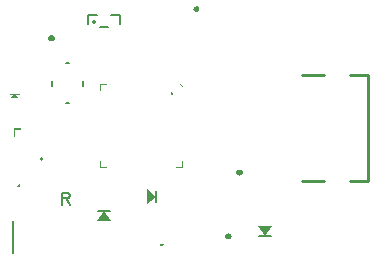
<source format=gto>
%TF.GenerationSoftware,KiCad,Pcbnew,9.0.0*%
%TF.CreationDate,2025-03-31T12:51:01+01:00*%
%TF.ProjectId,vm_rp2040_brain_0.1,766d5f72-7032-4303-9430-5f627261696e,rev?*%
%TF.SameCoordinates,Original*%
%TF.FileFunction,Legend,Top*%
%TF.FilePolarity,Positive*%
%FSLAX45Y45*%
G04 Gerber Fmt 4.5, Leading zero omitted, Abs format (unit mm)*
G04 Created by KiCad (PCBNEW 9.0.0) date 2025-03-31 12:51:01*
%MOMM*%
%LPD*%
G01*
G04 APERTURE LIST*
%ADD10C,0.200000*%
%ADD11C,0.300000*%
%ADD12C,0.152400*%
%ADD13C,0.170000*%
%ADD14C,0.049990*%
%ADD15C,0.000000*%
%ADD16C,0.100000*%
%ADD17C,0.500000*%
%ADD18C,0.130000*%
%ADD19C,0.250000*%
G04 APERTURE END LIST*
D10*
X-1020001Y399158D02*
X-1020001Y359159D01*
D11*
X211999Y1005954D02*
G75*
G02*
X191999Y1005954I-10000J0D01*
G01*
X191999Y1005954D02*
G75*
G02*
X211999Y1005954I10000J0D01*
G01*
D12*
X-656166Y898004D02*
G75*
G02*
X-681566Y898004I-12700J0D01*
G01*
X-681566Y898004D02*
G75*
G02*
X-656166Y898004I12700J0D01*
G01*
D13*
X-869498Y-567969D02*
X-869498Y-577489D01*
D10*
X733003Y-911060D02*
X833003Y-911060D01*
X768005Y-911060D02*
X733003Y-911060D01*
D14*
X-567500Y369999D02*
X-617499Y369999D01*
D10*
X-899998Y549158D02*
X-880001Y549158D01*
D13*
X-869498Y-577489D02*
X-874258Y-587012D01*
D14*
X32502Y-329999D02*
X82499Y-329999D01*
D15*
G36*
X-137500Y-579999D02*
G01*
X-217500Y-640001D01*
X-217500Y-520002D01*
X-137500Y-579999D01*
G37*
G36*
X-1300000Y255001D02*
G01*
X-1380000Y255001D01*
X-1340000Y285001D01*
X-1300000Y255001D01*
G37*
D14*
X82499Y352499D02*
X62502Y372499D01*
D12*
X-443766Y960554D02*
X-517652Y960554D01*
D13*
X-874258Y-587012D02*
X-879018Y-591774D01*
D10*
X-532996Y-705000D02*
X-567995Y-705000D01*
X-759998Y359159D02*
X-759998Y399158D01*
D13*
X-874258Y-558447D02*
X-869498Y-567969D01*
D10*
X-137500Y-629999D02*
X-137500Y-529999D01*
X-137500Y-595000D02*
X-137500Y-629999D01*
D13*
X-879018Y-553687D02*
X-874258Y-558447D01*
D15*
G36*
X783003Y-911060D02*
G01*
X723003Y-831060D01*
X843006Y-831060D01*
X783003Y-911060D01*
G37*
D13*
X-893300Y-548924D02*
X-879018Y-553687D01*
D15*
G36*
X-93149Y-996401D02*
G01*
X-104399Y-996401D01*
X-104399Y-978901D01*
X-75649Y-978901D01*
X-93149Y-996401D01*
G37*
D16*
X-1380000Y285001D02*
X-1300000Y285001D01*
D13*
X-902823Y-596534D02*
X-869498Y-648904D01*
D17*
X572130Y-377347D02*
G75*
G02*
X562132Y-377347I-4999J0D01*
G01*
X562132Y-377347D02*
G75*
G02*
X572130Y-377347I4999J0D01*
G01*
D18*
X-1354501Y-1058301D02*
X-1354501Y-783981D01*
D17*
X-1020001Y760509D02*
G75*
G02*
X-1029999Y760509I-4999J0D01*
G01*
X-1029999Y760509D02*
G75*
G02*
X-1020001Y760509I4999J0D01*
G01*
D13*
X-893300Y-596534D02*
X-936150Y-596534D01*
X-879018Y-591774D02*
X-893300Y-596534D01*
D12*
X-713966Y878004D02*
X-713966Y960554D01*
D15*
G36*
X7501Y292499D02*
G01*
X7501Y281249D01*
X-10000Y281249D01*
X-10000Y309999D01*
X7501Y292499D01*
G37*
D13*
X-936150Y-648904D02*
X-936150Y-548924D01*
D15*
G36*
X-1290000Y-495051D02*
G01*
X-1318750Y-495051D01*
X-1301250Y-477550D01*
X-1290000Y-477550D01*
X-1290000Y-495051D01*
G37*
D12*
X-612902Y855454D02*
X-544830Y855454D01*
X-713966Y960554D02*
X-643966Y960554D01*
D14*
X-617499Y369999D02*
X-617499Y319999D01*
D12*
X-443766Y878004D02*
X-443766Y960554D01*
D14*
X-617499Y-329999D02*
X-567500Y-329999D01*
D15*
G36*
X-522996Y-785000D02*
G01*
X-642996Y-785000D01*
X-582996Y-705000D01*
X-522996Y-785000D01*
G37*
D10*
X-632996Y-705000D02*
X-532996Y-705000D01*
D14*
X-617499Y-329999D02*
X-617499Y-279999D01*
X82499Y-329999D02*
X82499Y-279999D01*
D17*
X476631Y-918256D02*
G75*
G02*
X466633Y-918256I-4999J0D01*
G01*
X466633Y-918256D02*
G75*
G02*
X476631Y-918256I4999J0D01*
G01*
D13*
X-936150Y-548924D02*
X-893300Y-548924D01*
D10*
X-899998Y209159D02*
X-880001Y209159D01*
X-1100000Y-262349D02*
G75*
G02*
X-1120000Y-262349I-10000J0D01*
G01*
X-1120000Y-262349D02*
G75*
G02*
X-1100000Y-262349I10000J0D01*
G01*
D15*
G36*
X-1280000Y-12499D02*
G01*
X-1335001Y-12499D01*
X-1335001Y-72502D01*
X-1344996Y-72502D01*
X-1345001Y-12499D01*
X-1345001Y0D01*
X-1280000Y0D01*
X-1280000Y-12499D01*
G37*
D19*
%TO.C,REF\u002A\u002A*%
X1281335Y447000D02*
X1095335Y447000D01*
X1281335Y-447000D02*
X1095335Y-447000D01*
X1653335Y447000D02*
X1505335Y447000D01*
X1653335Y447000D02*
X1653335Y-447000D01*
X1653335Y-447000D02*
X1505335Y-447000D01*
%TD*%
M02*

</source>
